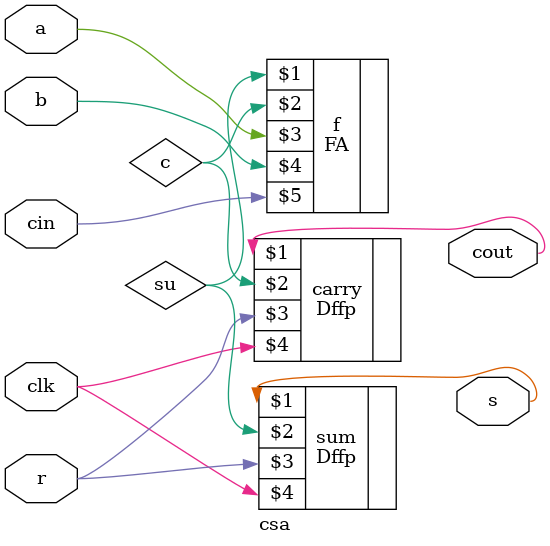
<source format=v>
module csa(s,cout,a,b,cin,r,clk);
  input a,b,cin,r,clk;
  output s,cout;
  wire su,c;
  FA f(su,c,a,b,cin);
  Dffp sum(s,su,r,clk);
  Dffp carry(cout,c,r,clk);
endmodule
  
  

</source>
